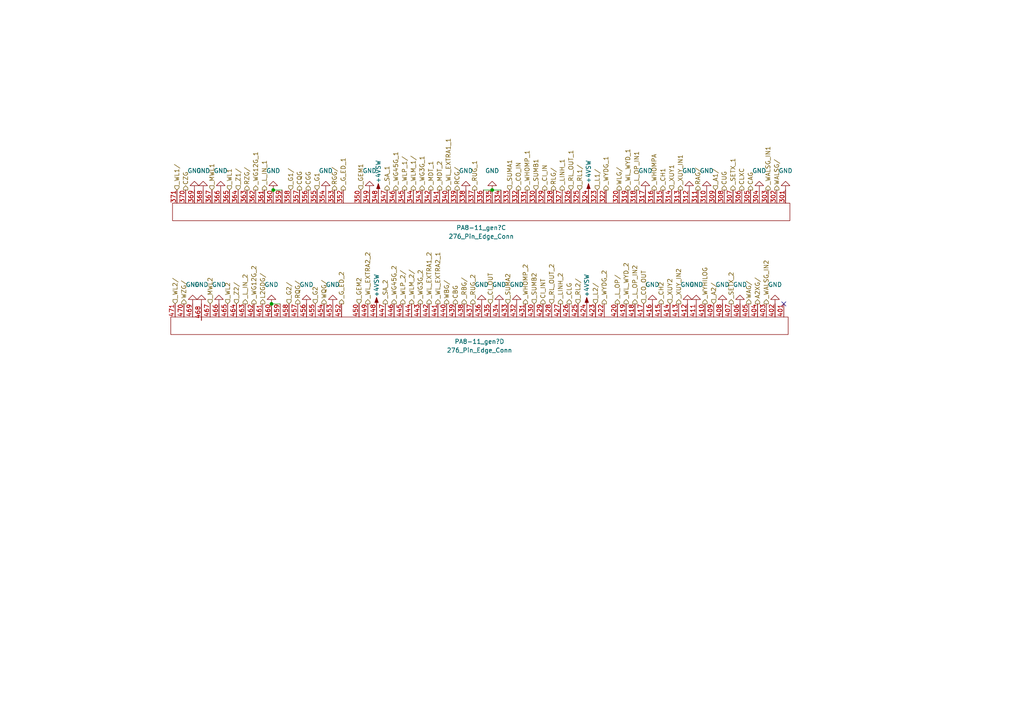
<source format=kicad_sch>
(kicad_sch (version 20211123) (generator eeschema)
  (paper "A4")
  (title_block (title "Logic Flow Diagram - Logic Module A8-A11 Generic") (rev "a") (comment 1 "Ref. Apollo Drawing No. 2005255-, 2005256A, 2005257A, 2005258A") (comment 2 "Important: Pin Layout does not match original Documents") (comment 3 "Side B"))
  (lib_symbols
    (symbol "agc_kicad_components:+4VSW" (power) (pin_names (offset 0))
      (property "Value" "+4VSW" (at 0.127 2.794 0))
      (symbol "+4VSW_0_1"
        (polyline (pts (xy 0 0) (xy 0 0.381)))
        (polyline (pts (xy -0.508 0.381) (xy 0 1.905) (xy 0.508 0.381) (xy -0.381 0.381)) (fill (type outline)))
      )
      (symbol "+4VSW_1_1"
        (pin power_in line (at 0 0 90) (length 0) hide (name "+4VSW") (number "1"))
      )
    )
    (symbol "agc_kicad_components:276_Pin_Edge_Conn" (pin_names (offset 0.254) hide)
      (property "Reference" "P" (at -2.159 -2.286 0))
      (property "Value" "276_Pin_Edge_Conn" (at -3.429 -4.826 0))
      (symbol "276_Pin_Edge_Conn_0_1"
        (rectangle (start -91.44 1.27) (end 87.63 -3.81))
      )
      (symbol "276_Pin_Edge_Conn_1_1"
        (pin passive line (at 86.36 5.08 270) (length 3.81) (name "101") (number "101"))
        (pin passive line (at 83.82 5.08 270) (length 3.81) (name "102") (number "102"))
        (pin passive line (at 81.28 5.08 270) (length 3.81) (name "103") (number "103"))
        (pin passive line (at 78.74 5.08 270) (length 3.81) (name "104") (number "104"))
        (pin passive line (at 76.2 5.08 270) (length 3.81) (name "105") (number "105"))
        (pin passive line (at 73.66 5.08 270) (length 3.81) (name "106") (number "106"))
        (pin passive line (at 71.12 5.08 270) (length 3.81) (name "107") (number "107"))
        (pin passive line (at 68.58 5.08 270) (length 3.81) (name "108") (number "108"))
        (pin passive line (at 66.04 5.08 270) (length 3.81) (name "109") (number "109"))
        (pin passive line (at 63.5 5.08 270) (length 3.81) (name "110") (number "110"))
        (pin passive line (at 60.96 5.08 270) (length 3.81) (name "111") (number "111"))
        (pin passive line (at 58.42 5.08 270) (length 3.81) (name "112") (number "112"))
        (pin passive line (at 55.88 5.08 270) (length 3.81) (name "113") (number "113"))
        (pin passive line (at 53.34 5.08 270) (length 3.81) (name "114") (number "114"))
        (pin passive line (at 50.8 5.08 270) (length 3.81) (name "115") (number "115"))
        (pin passive line (at 48.26 5.08 270) (length 3.81) (name "116") (number "116"))
        (pin passive line (at 45.72 5.08 270) (length 3.81) (name "117") (number "117"))
        (pin passive line (at 43.18 5.08 270) (length 3.81) (name "118") (number "118"))
        (pin passive line (at 40.64 5.08 270) (length 3.81) (name "119") (number "119"))
        (pin passive line (at 38.1 5.08 270) (length 3.81) (name "120") (number "120"))
        (pin passive line (at 34.29 5.08 270) (length 3.81) (name "122") (number "122"))
        (pin passive line (at 31.75 5.08 270) (length 3.81) (name "123") (number "123"))
        (pin passive line (at 29.21 5.08 270) (length 3.81) (name "124") (number "124"))
        (pin passive line (at 26.67 5.08 270) (length 3.81) (name "125") (number "125"))
        (pin passive line (at 24.13 5.08 270) (length 3.81) (name "126") (number "126"))
        (pin passive line (at 21.59 5.08 270) (length 3.81) (name "127") (number "127"))
        (pin passive line (at 19.05 5.08 270) (length 3.81) (name "128") (number "128"))
        (pin passive line (at 16.51 5.08 270) (length 3.81) (name "129") (number "129"))
        (pin passive line (at 13.97 5.08 270) (length 3.81) (name "130") (number "130"))
        (pin passive line (at 11.43 5.08 270) (length 3.81) (name "131") (number "131"))
        (pin passive line (at 8.89 5.08 270) (length 3.81) (name "132") (number "132"))
        (pin passive line (at 6.35 5.08 270) (length 3.81) (name "133") (number "133"))
        (pin passive line (at 3.81 5.08 270) (length 3.81) (name "134") (number "134"))
        (pin passive line (at 1.27 5.08 270) (length 3.81) (name "135") (number "135"))
        (pin passive line (at -1.27 5.08 270) (length 3.81) (name "136") (number "136"))
        (pin passive line (at -3.81 5.08 270) (length 3.81) (name "137") (number "137"))
        (pin passive line (at -6.35 5.08 270) (length 3.81) (name "138") (number "138"))
        (pin passive line (at -8.89 5.08 270) (length 3.81) (name "139") (number "139"))
        (pin passive line (at -11.43 5.08 270) (length 3.81) (name "140") (number "140"))
        (pin passive line (at -13.97 5.08 270) (length 3.81) (name "141") (number "141"))
        (pin passive line (at -16.51 5.08 270) (length 3.81) (name "142") (number "142"))
        (pin passive line (at -19.05 5.08 270) (length 3.81) (name "143") (number "143"))
        (pin passive line (at -21.59 5.08 270) (length 3.81) (name "144") (number "144"))
        (pin passive line (at -24.13 5.08 270) (length 3.81) (name "145") (number "145"))
        (pin passive line (at -26.67 5.08 270) (length 3.81) (name "146") (number "146"))
        (pin passive line (at -29.21 5.08 270) (length 3.81) (name "147") (number "147"))
        (pin passive line (at -31.75 5.08 270) (length 3.81) (name "148") (number "148"))
        (pin passive line (at -34.29 5.08 270) (length 3.81) (name "149") (number "149"))
        (pin passive line (at -36.83 5.08 270) (length 3.81) (name "150") (number "150"))
        (pin passive line (at -41.91 5.08 270) (length 3.81) (name "152") (number "152"))
        (pin passive line (at -44.45 5.08 270) (length 3.81) (name "153") (number "153"))
        (pin passive line (at -46.99 5.08 270) (length 3.81) (name "154") (number "154"))
        (pin passive line (at -49.53 5.08 270) (length 3.81) (name "155") (number "155"))
        (pin passive line (at -52.07 5.08 270) (length 3.81) (name "156") (number "156"))
        (pin passive line (at -54.61 5.08 270) (length 3.81) (name "157") (number "157"))
        (pin passive line (at -57.15 5.08 270) (length 3.81) (name "158") (number "158"))
        (pin passive line (at -59.69 5.08 270) (length 3.81) (name "159") (number "159"))
        (pin passive line (at -62.23 5.08 270) (length 3.81) (name "160") (number "160"))
        (pin passive line (at -64.77 5.08 270) (length 3.81) (name "161") (number "161"))
        (pin passive line (at -67.31 5.08 270) (length 3.81) (name "162") (number "162"))
        (pin passive line (at -69.85 5.08 270) (length 3.81) (name "163") (number "163"))
        (pin passive line (at -72.39 5.08 270) (length 3.81) (name "164") (number "164"))
        (pin passive line (at -74.93 5.08 270) (length 3.81) (name "165") (number "165"))
        (pin passive line (at -77.47 5.08 270) (length 3.81) (name "166") (number "166"))
        (pin passive line (at -80.01 5.08 270) (length 3.81) (name "167") (number "167"))
        (pin passive line (at -82.55 5.08 270) (length 3.81) (name "168") (number "168"))
        (pin passive line (at -85.09 5.08 270) (length 3.81) (name "169") (number "169"))
        (pin passive line (at -87.63 5.08 270) (length 3.81) (name "170") (number "170"))
        (pin passive line (at -90.17 5.08 270) (length 3.81) (name "171") (number "171"))
      )
      (symbol "276_Pin_Edge_Conn_2_1"
        (pin passive line (at 86.36 5.08 270) (length 3.81) (name "201") (number "201"))
        (pin passive line (at 83.82 5.08 270) (length 3.81) (name "202") (number "202"))
        (pin passive line (at 81.28 5.08 270) (length 3.81) (name "203") (number "203"))
        (pin passive line (at 78.74 5.08 270) (length 3.81) (name "204") (number "204"))
        (pin passive line (at 76.2 5.08 270) (length 3.81) (name "205") (number "205"))
        (pin passive line (at 73.66 5.08 270) (length 3.81) (name "206") (number "206"))
        (pin passive line (at 71.12 5.08 270) (length 3.81) (name "207") (number "207"))
        (pin passive line (at 68.58 5.08 270) (length 3.81) (name "208") (number "208"))
        (pin passive line (at 66.04 5.08 270) (length 3.81) (name "209") (number "209"))
        (pin passive line (at 63.5 5.08 270) (length 3.81) (name "210") (number "210"))
        (pin passive line (at 60.96 5.08 270) (length 3.81) (name "211") (number "211"))
        (pin passive line (at 58.42 5.08 270) (length 3.81) (name "212") (number "212"))
        (pin passive line (at 55.88 5.08 270) (length 3.81) (name "213") (number "213"))
        (pin passive line (at 53.34 5.08 270) (length 3.81) (name "214") (number "214"))
        (pin passive line (at 50.8 5.08 270) (length 3.81) (name "215") (number "215"))
        (pin passive line (at 48.26 5.08 270) (length 3.81) (name "216") (number "216"))
        (pin passive line (at 45.72 5.08 270) (length 3.81) (name "217") (number "217"))
        (pin passive line (at 43.18 5.08 270) (length 3.81) (name "218") (number "218"))
        (pin passive line (at 40.64 5.08 270) (length 3.81) (name "219") (number "219"))
        (pin passive line (at 38.1 5.08 270) (length 3.81) (name "220") (number "220"))
        (pin passive line (at 34.29 5.08 270) (length 3.81) (name "222") (number "222"))
        (pin passive line (at 31.75 5.08 270) (length 3.81) (name "223") (number "223"))
        (pin passive line (at 29.21 5.08 270) (length 3.81) (name "224") (number "224"))
        (pin passive line (at 26.67 5.08 270) (length 3.81) (name "225") (number "225"))
        (pin passive line (at 24.13 5.08 270) (length 3.81) (name "226") (number "226"))
        (pin passive line (at 21.59 5.08 270) (length 3.81) (name "227") (number "227"))
        (pin passive line (at 19.05 5.08 270) (length 3.81) (name "228") (number "228"))
        (pin passive line (at 16.51 5.08 270) (length 3.81) (name "229") (number "229"))
        (pin passive line (at 13.97 5.08 270) (length 3.81) (name "230") (number "230"))
        (pin passive line (at 11.43 5.08 270) (length 3.81) (name "231") (number "231"))
        (pin passive line (at 8.89 5.08 270) (length 3.81) (name "232") (number "232"))
        (pin passive line (at 6.35 5.08 270) (length 3.81) (name "233") (number "233"))
        (pin passive line (at 3.81 5.08 270) (length 3.81) (name "234") (number "234"))
        (pin passive line (at 1.27 5.08 270) (length 3.81) (name "235") (number "235"))
        (pin passive line (at -1.27 5.08 270) (length 3.81) (name "236") (number "236"))
        (pin passive line (at -3.81 5.08 270) (length 3.81) (name "237") (number "237"))
        (pin passive line (at -6.35 5.08 270) (length 3.81) (name "238") (number "238"))
        (pin passive line (at -8.89 5.08 270) (length 3.81) (name "239") (number "239"))
        (pin passive line (at -11.43 5.08 270) (length 3.81) (name "240") (number "240"))
        (pin passive line (at -13.97 5.08 270) (length 3.81) (name "241") (number "241"))
        (pin passive line (at -16.51 5.08 270) (length 3.81) (name "242") (number "242"))
        (pin passive line (at -19.05 5.08 270) (length 3.81) (name "243") (number "243"))
        (pin passive line (at -21.59 5.08 270) (length 3.81) (name "244") (number "244"))
        (pin passive line (at -24.13 5.08 270) (length 3.81) (name "245") (number "245"))
        (pin passive line (at -26.67 5.08 270) (length 3.81) (name "246") (number "246"))
        (pin passive line (at -29.21 5.08 270) (length 3.81) (name "247") (number "247"))
        (pin passive line (at -31.75 5.08 270) (length 3.81) (name "248") (number "248"))
        (pin passive line (at -34.29 5.08 270) (length 3.81) (name "249") (number "249"))
        (pin passive line (at -36.83 5.08 270) (length 3.81) (name "250") (number "250"))
        (pin passive line (at -41.91 5.08 270) (length 3.81) (name "252") (number "252"))
        (pin passive line (at -44.45 5.08 270) (length 3.81) (name "253") (number "253"))
        (pin passive line (at -46.99 5.08 270) (length 3.81) (name "254") (number "254"))
        (pin passive line (at -49.53 5.08 270) (length 3.81) (name "255") (number "255"))
        (pin passive line (at -52.07 5.08 270) (length 3.81) (name "256") (number "256"))
        (pin passive line (at -54.61 5.08 270) (length 3.81) (name "257") (number "257"))
        (pin passive line (at -57.15 5.08 270) (length 3.81) (name "258") (number "258"))
        (pin passive line (at -59.69 5.08 270) (length 3.81) (name "259") (number "259"))
        (pin passive line (at -62.23 5.08 270) (length 3.81) (name "260") (number "260"))
        (pin passive line (at -64.77 5.08 270) (length 3.81) (name "261") (number "261"))
        (pin passive line (at -67.31 5.08 270) (length 3.81) (name "262") (number "262"))
        (pin passive line (at -69.85 5.08 270) (length 3.81) (name "263") (number "263"))
        (pin passive line (at -72.39 5.08 270) (length 3.81) (name "264") (number "264"))
        (pin passive line (at -74.93 5.08 270) (length 3.81) (name "265") (number "265"))
        (pin passive line (at -77.47 5.08 270) (length 3.81) (name "266") (number "266"))
        (pin passive line (at -80.01 5.08 270) (length 3.81) (name "267") (number "267"))
        (pin passive line (at -82.55 5.08 270) (length 3.81) (name "268") (number "268"))
        (pin passive line (at -85.09 5.08 270) (length 3.81) (name "269") (number "269"))
        (pin passive line (at -87.63 5.08 270) (length 3.81) (name "270") (number "270"))
        (pin passive line (at -90.17 5.08 270) (length 3.81) (name "271") (number "271"))
      )
      (symbol "276_Pin_Edge_Conn_3_1"
        (pin passive line (at 86.36 5.08 270) (length 3.81) (name "301") (number "301"))
        (pin passive line (at 83.82 5.08 270) (length 3.81) (name "302") (number "302"))
        (pin passive line (at 81.28 5.08 270) (length 3.81) (name "303") (number "303"))
        (pin passive line (at 78.74 5.08 270) (length 3.81) (name "304") (number "304"))
        (pin passive line (at 76.2 5.08 270) (length 3.81) (name "305") (number "305"))
        (pin passive line (at 73.66 5.08 270) (length 3.81) (name "306") (number "306"))
        (pin passive line (at 71.12 5.08 270) (length 3.81) (name "307") (number "307"))
        (pin passive line (at 68.58 5.08 270) (length 3.81) (name "308") (number "308"))
        (pin passive line (at 66.04 5.08 270) (length 3.81) (name "309") (number "309"))
        (pin passive line (at 63.5 5.08 270) (length 3.81) (name "310") (number "310"))
        (pin passive line (at 60.96 5.08 270) (length 3.81) (name "311") (number "311"))
        (pin passive line (at 58.42 5.08 270) (length 3.81) (name "312") (number "312"))
        (pin passive line (at 55.88 5.08 270) (length 3.81) (name "313") (number "313"))
        (pin passive line (at 53.34 5.08 270) (length 3.81) (name "314") (number "314"))
        (pin passive line (at 50.8 5.08 270) (length 3.81) (name "315") (number "315"))
        (pin passive line (at 48.26 5.08 270) (length 3.81) (name "316") (number "316"))
        (pin passive line (at 45.72 5.08 270) (length 3.81) (name "317") (number "317"))
        (pin passive line (at 43.18 5.08 270) (length 3.81) (name "318") (number "318"))
        (pin passive line (at 40.64 5.08 270) (length 3.81) (name "319") (number "319"))
        (pin passive line (at 38.1 5.08 270) (length 3.81) (name "320") (number "320"))
        (pin passive line (at 34.29 5.08 270) (length 3.81) (name "322") (number "322"))
        (pin passive line (at 31.75 5.08 270) (length 3.81) (name "323") (number "323"))
        (pin passive line (at 29.21 5.08 270) (length 3.81) (name "324") (number "324"))
        (pin passive line (at 26.67 5.08 270) (length 3.81) (name "325") (number "325"))
        (pin passive line (at 24.13 5.08 270) (length 3.81) (name "326") (number "326"))
        (pin passive line (at 21.59 5.08 270) (length 3.81) (name "327") (number "327"))
        (pin passive line (at 19.05 5.08 270) (length 3.81) (name "328") (number "328"))
        (pin passive line (at 16.51 5.08 270) (length 3.81) (name "329") (number "329"))
        (pin passive line (at 13.97 5.08 270) (length 3.81) (name "330") (number "330"))
        (pin passive line (at 11.43 5.08 270) (length 3.81) (name "331") (number "331"))
        (pin passive line (at 8.89 5.08 270) (length 3.81) (name "332") (number "332"))
        (pin passive line (at 6.35 5.08 270) (length 3.81) (name "333") (number "333"))
        (pin passive line (at 3.81 5.08 270) (length 3.81) (name "334") (number "334"))
        (pin passive line (at 1.27 5.08 270) (length 3.81) (name "335") (number "335"))
        (pin passive line (at -1.27 5.08 270) (length 3.81) (name "336") (number "336"))
        (pin passive line (at -3.81 5.08 270) (length 3.81) (name "337") (number "337"))
        (pin passive line (at -6.35 5.08 270) (length 3.81) (name "338") (number "338"))
        (pin passive line (at -8.89 5.08 270) (length 3.81) (name "339") (number "339"))
        (pin passive line (at -11.43 5.08 270) (length 3.81) (name "340") (number "340"))
        (pin passive line (at -13.97 5.08 270) (length 3.81) (name "341") (number "341"))
        (pin passive line (at -16.51 5.08 270) (length 3.81) (name "342") (number "342"))
        (pin passive line (at -19.05 5.08 270) (length 3.81) (name "343") (number "343"))
        (pin passive line (at -21.59 5.08 270) (length 3.81) (name "344") (number "344"))
        (pin passive line (at -24.13 5.08 270) (length 3.81) (name "345") (number "345"))
        (pin passive line (at -26.67 5.08 270) (length 3.81) (name "346") (number "346"))
        (pin passive line (at -29.21 5.08 270) (length 3.81) (name "347") (number "347"))
        (pin passive line (at -31.75 5.08 270) (length 3.81) (name "348") (number "348"))
        (pin passive line (at -34.29 5.08 270) (length 3.81) (name "349") (number "349"))
        (pin passive line (at -36.83 5.08 270) (length 3.81) (name "350") (number "350"))
        (pin passive line (at -41.91 5.08 270) (length 3.81) (name "352") (number "352"))
        (pin passive line (at -44.45 5.08 270) (length 3.81) (name "353") (number "353"))
        (pin passive line (at -46.99 5.08 270) (length 3.81) (name "354") (number "354"))
        (pin passive line (at -49.53 5.08 270) (length 3.81) (name "355") (number "355"))
        (pin passive line (at -52.07 5.08 270) (length 3.81) (name "356") (number "356"))
        (pin passive line (at -54.61 5.08 270) (length 3.81) (name "357") (number "357"))
        (pin passive line (at -57.15 5.08 270) (length 3.81) (name "358") (number "358"))
        (pin passive line (at -59.69 5.08 270) (length 3.81) (name "359") (number "359"))
        (pin passive line (at -62.23 5.08 270) (length 3.81) (name "360") (number "360"))
        (pin passive line (at -64.77 5.08 270) (length 3.81) (name "361") (number "361"))
        (pin passive line (at -67.31 5.08 270) (length 3.81) (name "362") (number "362"))
        (pin passive line (at -69.85 5.08 270) (length 3.81) (name "363") (number "363"))
        (pin passive line (at -72.39 5.08 270) (length 3.81) (name "364") (number "364"))
        (pin passive line (at -74.93 5.08 270) (length 3.81) (name "365") (number "365"))
        (pin passive line (at -77.47 5.08 270) (length 3.81) (name "366") (number "366"))
        (pin passive line (at -80.01 5.08 270) (length 3.81) (name "367") (number "367"))
        (pin passive line (at -82.55 5.08 270) (length 3.81) (name "368") (number "368"))
        (pin passive line (at -85.09 5.08 270) (length 3.81) (name "369") (number "369"))
        (pin passive line (at -87.63 5.08 270) (length 3.81) (name "370") (number "370"))
        (pin passive line (at -90.17 5.08 270) (length 3.81) (name "371") (number "371"))
      )
      (symbol "276_Pin_Edge_Conn_4_1"
        (pin passive line (at 86.36 5.08 270) (length 3.81) (name "401") (number "401"))
        (pin passive line (at 83.82 5.08 270) (length 3.81) (name "402") (number "402"))
        (pin passive line (at 81.28 5.08 270) (length 3.81) (name "403") (number "403"))
        (pin passive line (at 78.74 5.08 270) (length 3.81) (name "404") (number "404"))
        (pin passive line (at 76.2 5.08 270) (length 3.81) (name "405") (number "405"))
        (pin passive line (at 73.66 5.08 270) (length 3.81) (name "406") (number "406"))
        (pin passive line (at 71.12 5.08 270) (length 3.81) (name "407") (number "407"))
        (pin passive line (at 68.58 5.08 270) (length 3.81) (name "408") (number "408"))
        (pin passive line (at 66.04 5.08 270) (length 3.81) (name "409") (number "409"))
        (pin passive line (at 63.5 5.08 270) (length 3.81) (name "410") (number "410"))
        (pin passive line (at 60.96 5.08 270) (length 3.81) (name "411") (number "411"))
        (pin passive line (at 58.42 5.08 270) (length 3.81) (name "412") (number "412"))
        (pin passive line (at 55.88 5.08 270) (length 3.81) (name "413") (number "413"))
        (pin passive line (at 53.34 5.08 270) (length 3.81) (name "414") (number "414"))
        (pin passive line (at 50.8 5.08 270) (length 3.81) (name "415") (number "415"))
        (pin passive line (at 48.26 5.08 270) (length 3.81) (name "416") (number "416"))
        (pin passive line (at 45.72 5.08 270) (length 3.81) (name "417") (number "417"))
        (pin passive line (at 43.18 5.08 270) (length 3.81) (name "418") (number "418"))
        (pin passive line (at 40.64 5.08 270) (length 3.81) (name "419") (number "419"))
        (pin passive line (at 38.1 5.08 270) (length 3.81) (name "420") (number "420"))
        (pin passive line (at 34.29 5.08 270) (length 3.81) (name "422") (number "422"))
        (pin passive line (at 31.75 5.08 270) (length 3.81) (name "423") (number "423"))
        (pin passive line (at 29.21 5.08 270) (length 3.81) (name "424") (number "424"))
        (pin passive line (at 26.67 5.08 270) (length 3.81) (name "425") (number "425"))
        (pin passive line (at 24.13 5.08 270) (length 3.81) (name "426") (number "426"))
        (pin passive line (at 21.59 5.08 270) (length 3.81) (name "427") (number "427"))
        (pin passive line (at 19.05 5.08 270) (length 3.81) (name "428") (number "428"))
        (pin passive line (at 16.51 5.08 270) (length 3.81) (name "429") (number "429"))
        (pin passive line (at 13.97 5.08 270) (length 3.81) (name "430") (number "430"))
        (pin passive line (at 11.43 5.08 270) (length 3.81) (name "431") (number "431"))
        (pin passive line (at 8.89 5.08 270) (length 3.81) (name "432") (number "432"))
        (pin passive line (at 6.35 5.08 270) (length 3.81) (name "433") (number "433"))
        (pin passive line (at 3.81 5.08 270) (length 3.81) (name "434") (number "434"))
        (pin passive line (at 1.27 5.08 270) (length 3.81) (name "435") (number "435"))
        (pin passive line (at -1.27 5.08 270) (length 3.81) (name "436") (number "436"))
        (pin passive line (at -3.81 5.08 270) (length 3.81) (name "437") (number "437"))
        (pin passive line (at -6.35 5.08 270) (length 3.81) (name "438") (number "438"))
        (pin passive line (at -8.89 5.08 270) (length 3.81) (name "439") (number "439"))
        (pin passive line (at -11.43 5.08 270) (length 3.81) (name "440") (number "440"))
        (pin passive line (at -13.97 5.08 270) (length 3.81) (name "441") (number "441"))
        (pin passive line (at -16.51 5.08 270) (length 3.81) (name "442") (number "442"))
        (pin passive line (at -19.05 5.08 270) (length 3.81) (name "443") (number "443"))
        (pin passive line (at -21.59 5.08 270) (length 3.81) (name "444") (number "444"))
        (pin passive line (at -24.13 5.08 270) (length 3.81) (name "445") (number "445"))
        (pin passive line (at -26.67 5.08 270) (length 3.81) (name "446") (number "446"))
        (pin passive line (at -29.21 5.08 270) (length 3.81) (name "447") (number "447"))
        (pin passive line (at -31.75 5.08 270) (length 3.81) (name "448") (number "448"))
        (pin passive line (at -34.29 5.08 270) (length 3.81) (name "449") (number "449"))
        (pin passive line (at -36.83 5.08 270) (length 3.81) (name "450") (number "450"))
        (pin passive line (at -41.91 5.08 270) (length 3.81) (name "452") (number "452"))
        (pin passive line (at -44.45 5.08 270) (length 3.81) (name "453") (number "453"))
        (pin passive line (at -46.99 5.08 270) (length 3.81) (name "454") (number "454"))
        (pin passive line (at -49.53 5.08 270) (length 3.81) (name "455") (number "455"))
        (pin passive line (at -52.07 5.08 270) (length 3.81) (name "456") (number "456"))
        (pin passive line (at -54.61 5.08 270) (length 3.81) (name "457") (number "457"))
        (pin passive line (at -57.15 5.08 270) (length 3.81) (name "458") (number "458"))
        (pin passive line (at -59.69 5.08 270) (length 3.81) (name "459") (number "459"))
        (pin passive line (at -62.23 5.08 270) (length 3.81) (name "460") (number "460"))
        (pin passive line (at -64.77 5.08 270) (length 3.81) (name "461") (number "461"))
        (pin passive line (at -67.31 5.08 270) (length 3.81) (name "462") (number "462"))
        (pin passive line (at -69.85 5.08 270) (length 3.81) (name "463") (number "463"))
        (pin passive line (at -72.39 5.08 270) (length 3.81) (name "464") (number "464"))
        (pin passive line (at -74.93 5.08 270) (length 3.81) (name "465") (number "465"))
        (pin passive line (at -77.47 5.08 270) (length 3.81) (name "466") (number "466"))
        (pin passive line (at -80.01 5.08 270) (length 3.81) (name "467") (number "467"))
        (pin passive line (at -82.55 5.08 270) (length 4.81) (name "468") (number "468"))
        (pin passive line (at -85.09 5.08 270) (length 3.81) (name "469") (number "469"))
        (pin passive line (at -87.63 5.08 270) (length 3.81) (name "470") (number "470"))
        (pin passive line (at -90.17 5.08 270) (length 3.81) (name "471") (number "471"))
      )
    )
    (symbol "power:GND" (power) (pin_names (offset 0))
      (property "Value" "GND" (at 0 -3.81 0))
      (symbol "GND_0_1"
        (polyline (pts (xy 0 0) (xy 0 -1.27) (xy 1.27 -1.27) (xy 0 -2.54) (xy -1.27 -1.27) (xy 0 -1.27)))
      )
      (symbol "GND_1_1"
        (pin power_in line (at 0 0 270) (length 0) hide (name "GND") (number "1"))
      )
    )
  )
  (junction (at 142.748 55.118))
  (junction (at 79.248 55.118))
  (junction (at 78.74 88.138))
  (no_connect (at 227.33 88.138))
  (wire (pts (xy 78.74 88.138) (xy 81.28 88.138)))
  (wire (pts (xy 142.748 55.118) (xy 145.288 55.118)))
  (wire (pts (xy 79.248 55.118) (xy 81.788 55.118)))
  (wire (pts (xy 140.208 55.118) (xy 142.748 55.118)))
  (hierarchical_label "_SA_1" (shape output) (at 112.268 55.118 90))
  (hierarchical_label "_L_OP{slash}" (shape output) (at 179.07 88.138 90))
  (hierarchical_label "_SUMA2" (shape input) (at 147.32 88.138 90))
  (hierarchical_label "_Z1{slash}" (shape input) (at 69.088 55.118 90))
  (hierarchical_label "_L1{slash}" (shape input) (at 173.228 55.118 90))
  (hierarchical_label "_XUY1" (shape input) (at 194.818 55.118 90))
  (hierarchical_label "_RUG_2" (shape output) (at 137.16 88.138 90))
  (hierarchical_label "_WL2{slash}" (shape input) (at 50.8 88.138 90))
  (hierarchical_label "WLG{slash}" (shape output) (at 179.578 55.118 90))
  (hierarchical_label "_L_OP_IN1" (shape output) (at 184.658 55.118 90))
  (hierarchical_label "_CO_OUT" (shape input) (at 186.69 88.138 90))
  (hierarchical_label "A2XG{slash}" (shape output) (at 219.71 88.138 90))
  (hierarchical_label "_MWL2" (shape input) (at 60.96 88.138 90))
  (hierarchical_label "_CO_IN" (shape output) (at 150.368 55.118 90))
  (hierarchical_label "_WHOMP_1" (shape output) (at 152.908 55.118 90))
  (hierarchical_label "_L_IN_1" (shape output) (at 76.708 55.118 90))
  (hierarchical_label "CI_INT" (shape output) (at 157.48 88.138 90))
  (hierarchical_label "_WL1" (shape input) (at 66.548 55.118 90))
  (hierarchical_label "WAG{slash}" (shape output) (at 217.17 88.138 90))
  (hierarchical_label "CBG" (shape output) (at 132.08 88.138 90))
  (hierarchical_label "_WYHILOG" (shape output) (at 204.47 88.138 90))
  (hierarchical_label "_MDT_2" (shape output) (at 127.508 55.118 90))
  (hierarchical_label "_WG12G_1" (shape output) (at 74.168 55.118 90))
  (hierarchical_label "RAG{slash}" (shape output) (at 202.438 55.118 90))
  (hierarchical_label "_A1{slash}" (shape input) (at 207.518 55.118 90))
  (hierarchical_label "_L2{slash}" (shape input) (at 172.72 88.138 90))
  (hierarchical_label "_SUMB2" (shape input) (at 154.94 88.138 90))
  (hierarchical_label "_CI_OUT" (shape input) (at 142.24 88.138 90))
  (hierarchical_label "_Z2{slash}" (shape input) (at 68.58 88.138 90))
  (hierarchical_label "_WG3G_2" (shape output) (at 121.92 88.138 90))
  (hierarchical_label "_RUG_1" (shape output) (at 137.668 55.118 90))
  (hierarchical_label "_G_ED_2" (shape output) (at 99.06 88.138 90))
  (hierarchical_label "_SA_2" (shape output) (at 111.76 88.138 90))
  (hierarchical_label "WZG{slash}" (shape output) (at 53.34 88.138 90))
  (hierarchical_label "_SETX_1" (shape output) (at 212.598 55.118 90))
  (hierarchical_label "_WL_WYD_1" (shape output) (at 182.118 55.118 90))
  (hierarchical_label "_G_ED_1" (shape output) (at 99.568 55.118 90))
  (hierarchical_label "_L_OP_IN2" (shape output) (at 184.15 88.138 90))
  (hierarchical_label "_RL_OUT_1" (shape input) (at 165.608 55.118 90))
  (hierarchical_label "CQG" (shape output) (at 86.868 55.118 90))
  (hierarchical_label "_WLM_2{slash}" (shape output) (at 119.38 88.138 90))
  (hierarchical_label "CLXC" (shape output) (at 215.138 55.118 90))
  (hierarchical_label "_RBG{slash}" (shape output) (at 134.62 88.138 90))
  (hierarchical_label "_MDT_1" (shape output) (at 124.968 55.118 90))
  (hierarchical_label "RGG{slash}" (shape output) (at 97.028 55.118 90))
  (hierarchical_label "_WL2" (shape input) (at 66.04 88.138 90))
  (hierarchical_label "L2GDG{slash}" (shape output) (at 76.2 88.138 90))
  (hierarchical_label "_WL1{slash}" (shape input) (at 51.308 55.118 90))
  (hierarchical_label "_WG45G_2" (shape output) (at 114.3 88.138 90))
  (hierarchical_label "_MWL1" (shape input) (at 61.468 55.118 90))
  (hierarchical_label "_SUMB1" (shape input) (at 155.448 55.118 90))
  (hierarchical_label "_XUY_IN2" (shape output) (at 196.85 88.138 90))
  (hierarchical_label "_WL_EXTRA1_2" (shape output) (at 124.46 88.138 90))
  (hierarchical_label "WALSG{slash}" (shape output) (at 225.298 55.118 90))
  (hierarchical_label "_G2" (shape input) (at 91.44 88.138 90))
  (hierarchical_label "_WYDG_2" (shape output) (at 175.26 88.138 90))
  (hierarchical_label "_WG45G_1" (shape output) (at 114.808 55.118 90))
  (hierarchical_label "RCG{slash}" (shape output) (at 132.588 55.118 90))
  (hierarchical_label "_RL2{slash}" (shape input) (at 167.64 88.138 90))
  (hierarchical_label "_G1" (shape input) (at 91.948 55.118 90))
  (hierarchical_label "_A2{slash}" (shape input) (at 207.01 88.138 90))
  (hierarchical_label "RLG{slash}" (shape output) (at 160.528 55.118 90))
  (hierarchical_label "_WL_EXTRA2_2" (shape output) (at 106.68 88.138 90))
  (hierarchical_label "_LINH_1" (shape output) (at 163.068 55.118 90))
  (hierarchical_label "_L_IN_2" (shape output) (at 71.12 88.138 90))
  (hierarchical_label "RQG{slash}" (shape output) (at 86.36 88.138 90))
  (hierarchical_label "_RL1{slash}" (shape input) (at 168.148 55.118 90))
  (hierarchical_label "_CH2" (shape output) (at 191.77 88.138 90))
  (hierarchical_label "CAG" (shape output) (at 217.678 55.118 90))
  (hierarchical_label "WQG{slash}" (shape output) (at 93.98 88.138 90))
  (hierarchical_label "_WLP_1{slash}" (shape output) (at 117.348 55.118 90))
  (hierarchical_label "_WL_EXTRA1_1" (shape output) (at 130.048 55.118 90))
  (hierarchical_label "_WL_EXTRA2_1" (shape output) (at 127 88.138 90))
  (hierarchical_label "_LINH_2" (shape output) (at 162.56 88.138 90))
  (hierarchical_label "_WALSG_IN1" (shape output) (at 222.758 55.118 90))
  (hierarchical_label "_SETX_2" (shape output) (at 212.09 88.138 90))
  (hierarchical_label "_XUY2" (shape input) (at 194.31 88.138 90))
  (hierarchical_label "_RL_OUT_2" (shape input) (at 160.02 88.138 90))
  (hierarchical_label "WBG{slash}" (shape output) (at 129.54 88.138 90))
  (hierarchical_label "_WHOMPA" (shape output) (at 189.738 55.118 90))
  (hierarchical_label "_CH1" (shape output) (at 192.278 55.118 90))
  (hierarchical_label "_WG12G_2" (shape output) (at 73.66 88.138 90))
  (hierarchical_label "RZG{slash}" (shape output) (at 71.628 55.118 90))
  (hierarchical_label "CGG" (shape output) (at 89.408 55.118 90))
  (hierarchical_label "CZG" (shape output) (at 53.848 55.118 90))
  (hierarchical_label "_CLG" (shape output) (at 165.1 88.138 90))
  (hierarchical_label "_WL_WYD_2" (shape output) (at 181.61 88.138 90))
  (hierarchical_label "_WYDG_1" (shape output) (at 175.768 55.118 90))
  (hierarchical_label "_WALSG_IN2" (shape output) (at 222.25 88.138 90))
  (hierarchical_label "_SUMA1" (shape input) (at 147.828 55.118 90))
  (hierarchical_label "_G2{slash}" (shape input) (at 83.82 88.138 90))
  (hierarchical_label "_WLM_1{slash}" (shape output) (at 119.888 55.118 90))
  (hierarchical_label "_GEM1" (shape input) (at 104.648 55.118 90))
  (hierarchical_label "_WLP_2{slash}" (shape output) (at 116.84 88.138 90))
  (hierarchical_label "_GEM2" (shape input) (at 104.14 88.138 90))
  (hierarchical_label "_G1{slash}" (shape input) (at 84.328 55.118 90))
  (hierarchical_label "_XUY_IN1" (shape output) (at 197.358 55.118 90))
  (hierarchical_label "_CI_IN" (shape output) (at 157.988 55.118 90))
  (hierarchical_label "_WG3G_1" (shape output) (at 122.428 55.118 90))
  (hierarchical_label "CUG" (shape output) (at 210.058 55.118 90))
  (hierarchical_label "_WHOMP_2" (shape output) (at 152.4 88.138 90))
  (symbol (lib_id "power:GND") (at 199.39 88.138 180) (unit 1)
    (property "Reference" "#PWR?" (effects hide))
    (property "Value" "GND" (at 199.39 82.55 0))
  )
  (symbol (lib_id "agc_kicad_components:276_Pin_Edge_Conn") (at 140.97 93.218 0) (unit 4)
    (property "Reference" "PA8-11_gen?" (at 139.065 99.06 0))
    (property "Value" "276_Pin_Edge_Conn" (at 139.065 101.6 0))
    (property "Footprint" "agc_footprints:276_Pin_Edge_Con" (effects hide))
  )
  (symbol (lib_id "power:GND") (at 227.838 55.118 180) (unit 1)
    (property "Reference" "#PWR?" (effects hide))
    (property "Value" "GND" (at 227.838 49.53 0))
  )
  (symbol (lib_id "power:GND") (at 96.52 88.138 180) (unit 1)
    (property "Reference" "#PWR?" (effects hide))
    (property "Value" "GND" (at 96.52 82.55 0))
  )
  (symbol (lib_id "agc_kicad_components:+4VSW") (at 170.688 55.118 0) (unit 1)
    (property "Reference" "#PWR?" (effects hide))
    (property "Value" "+4VSW" (at 170.688 49.784 90))
  )
  (symbol (lib_id "agc_kicad_components:+4VSW") (at 109.22 88.138 0) (unit 1)
    (property "Reference" "#PWR?" (effects hide))
    (property "Value" "+4VSW" (at 109.22 82.804 90))
  )
  (symbol (lib_id "power:GND") (at 209.55 88.138 180) (unit 1)
    (property "Reference" "#PWR?" (effects hide))
    (property "Value" "GND" (at 209.55 82.55 0))
  )
  (symbol (lib_id "power:GND") (at 58.42 88.138 180) (unit 1)
    (property "Reference" "#PWR?" (effects hide))
    (property "Value" "GND" (at 58.42 82.55 0))
  )
  (symbol (lib_id "power:GND") (at 63.5 88.138 180) (unit 1)
    (property "Reference" "#PWR?" (effects hide))
    (property "Value" "GND" (at 63.5 82.55 0))
  )
  (symbol (lib_id "power:GND") (at 220.218 55.118 180) (unit 1)
    (property "Reference" "#PWR?" (effects hide))
    (property "Value" "GND" (at 220.218 49.53 0))
  )
  (symbol (lib_id "power:GND") (at 94.488 55.118 180) (unit 1)
    (property "Reference" "#PWR?" (effects hide))
    (property "Value" "GND" (at 94.488 49.53 0))
  )
  (symbol (lib_id "power:GND") (at 64.008 55.118 180) (unit 1)
    (property "Reference" "#PWR?" (effects hide))
    (property "Value" "GND" (at 64.008 49.53 0))
  )
  (symbol (lib_id "power:GND") (at 79.248 55.118 180) (unit 1)
    (property "Reference" "#PWR?" (effects hide))
    (property "Value" "GND" (at 79.248 49.53 0))
  )
  (symbol (lib_id "agc_kicad_components:276_Pin_Edge_Conn") (at 141.478 60.198 0) (unit 3)
    (property "Reference" "PA8-11_gen?" (at 139.573 66.04 0))
    (property "Value" "276_Pin_Edge_Conn" (at 139.573 68.58 0))
    (property "Footprint" "agc_footprints:276_Pin_Edge_Con" (effects hide))
  )
  (symbol (lib_id "power:GND") (at 201.93 88.138 180) (unit 1)
    (property "Reference" "#PWR?" (effects hide))
    (property "Value" "GND" (at 201.93 82.55 0))
  )
  (symbol (lib_id "power:GND") (at 107.188 55.118 180) (unit 1)
    (property "Reference" "#PWR?" (effects hide))
    (property "Value" "GND" (at 107.188 49.53 0))
  )
  (symbol (lib_id "power:GND") (at 144.78 88.138 180) (unit 1)
    (property "Reference" "#PWR?" (effects hide))
    (property "Value" "GND" (at 144.78 82.55 0))
  )
  (symbol (lib_id "power:GND") (at 189.23 88.138 180) (unit 1)
    (property "Reference" "#PWR?" (effects hide))
    (property "Value" "GND" (at 189.23 82.55 0))
  )
  (symbol (lib_id "power:GND") (at 135.128 55.118 180) (unit 1)
    (property "Reference" "#PWR?" (effects hide))
    (property "Value" "GND" (at 135.128 49.53 0))
  )
  (symbol (lib_id "power:GND") (at 88.9 88.138 180) (unit 1)
    (property "Reference" "#PWR?" (effects hide))
    (property "Value" "GND" (at 88.9 82.55 0))
  )
  (symbol (lib_id "power:GND") (at 58.928 55.118 180) (unit 1)
    (property "Reference" "#PWR?" (effects hide))
    (property "Value" "GND" (at 58.928 49.53 0))
  )
  (symbol (lib_id "power:GND") (at 55.88 88.138 180) (unit 1)
    (property "Reference" "#PWR?" (effects hide))
    (property "Value" "GND" (at 55.88 82.55 0))
  )
  (symbol (lib_id "agc_kicad_components:+4VSW") (at 109.728 55.118 0) (unit 1)
    (property "Reference" "#PWR?" (effects hide))
    (property "Value" "+4VSW" (at 109.728 49.784 90))
  )
  (symbol (lib_id "power:GND") (at 139.7 88.138 180) (unit 1)
    (property "Reference" "#PWR?" (effects hide))
    (property "Value" "GND" (at 139.7 82.55 0))
  )
  (symbol (lib_id "power:GND") (at 149.86 88.138 180) (unit 1)
    (property "Reference" "#PWR?" (effects hide))
    (property "Value" "GND" (at 149.86 82.55 0))
  )
  (symbol (lib_id "power:GND") (at 214.63 88.138 180) (unit 1)
    (property "Reference" "#PWR?" (effects hide))
    (property "Value" "GND" (at 214.63 82.55 0))
  )
  (symbol (lib_id "power:GND") (at 204.978 55.118 180) (unit 1)
    (property "Reference" "#PWR?" (effects hide))
    (property "Value" "GND" (at 204.978 49.53 0))
  )
  (symbol (lib_id "power:GND") (at 56.388 55.118 180) (unit 1)
    (property "Reference" "#PWR?" (effects hide))
    (property "Value" "GND" (at 56.388 49.53 0))
  )
  (symbol (lib_id "power:GND") (at 199.898 55.118 180) (unit 1)
    (property "Reference" "#PWR?" (effects hide))
    (property "Value" "GND" (at 199.898 49.53 0))
  )
  (symbol (lib_id "agc_kicad_components:+4VSW") (at 170.18 88.138 0) (unit 1)
    (property "Reference" "#PWR?" (effects hide))
    (property "Value" "+4VSW" (at 170.18 82.804 90))
  )
  (symbol (lib_id "power:GND") (at 78.74 88.138 180) (unit 1)
    (property "Reference" "#PWR?" (effects hide))
    (property "Value" "GND" (at 78.74 82.55 0))
  )
  (symbol (lib_id "power:GND") (at 187.198 55.118 180) (unit 1)
    (property "Reference" "#PWR?" (effects hide))
    (property "Value" "GND" (at 187.198 49.53 0))
  )
  (symbol (lib_id "power:GND") (at 142.748 55.118 180) (unit 1)
    (property "Reference" "#PWR?" (effects hide))
    (property "Value" "GND" (at 142.748 49.53 0))
  )
  (symbol (lib_id "power:GND") (at 224.79 88.138 180) (unit 1)
    (property "Reference" "#PWR?" (effects hide))
    (property "Value" "GND" (at 224.79 82.55 0))
  )
)
</source>
